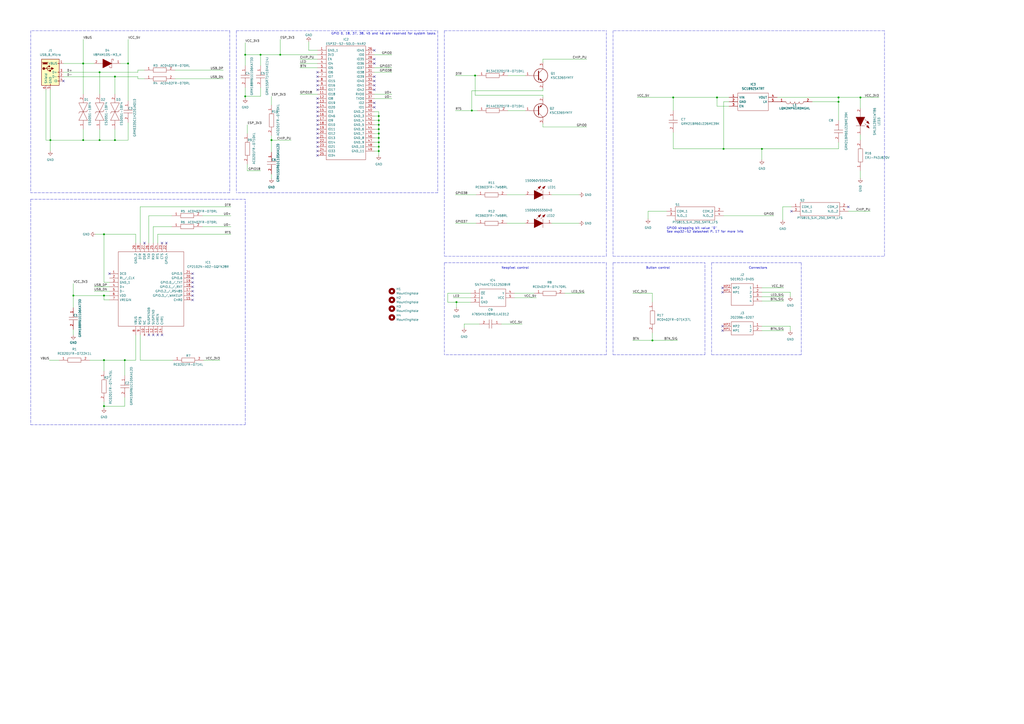
<source format=kicad_sch>
(kicad_sch (version 20211123) (generator eeschema)
  (paper "A2")
  (title_block (title "Warehouselabel manager") (date "2022-05-02") (rev "2") (company "Hydac A/S"))
  (junction (at 219.71 74.93))
  (junction (at 415.925 56.515))
  (junction (at 48.26 81.28))
  (junction (at 66.675 44.45))
  (junction (at 74.295 36.83))
  (junction (at 219.71 82.55))
  (junction (at 219.71 77.47))
  (junction (at 72.39 208.915))
  (junction (at 142.24 55.88))
  (junction (at 275.59 43.815))
  (junction (at 57.785 81.28))
  (junction (at 142.24 31.75))
  (junction (at 60.325 208.915))
  (junction (at 419.735 86.36))
  (junction (at 48.26 36.83))
  (junction (at 378.46 197.485))
  (junction (at 219.71 67.31))
  (junction (at 219.71 87.63))
  (junction (at 441.96 86.36))
  (junction (at 219.71 80.01))
  (junction (at 60.325 171.45))
  (junction (at 29.21 81.28))
  (junction (at 60.325 235.585))
  (junction (at 219.71 72.39))
  (junction (at 273.685 64.135))
  (junction (at 219.71 69.85))
  (junction (at 390.525 56.515))
  (junction (at 66.675 81.28))
  (junction (at 486.41 59.055))
  (junction (at 162.56 31.75))
  (junction (at 157.48 81.28))
  (junction (at 219.71 85.09))
  (junction (at 57.785 41.91))
  (junction (at 42.545 171.45))
  (junction (at 264.795 175.26))
  (junction (at 499.11 56.515))
  (junction (at 151.13 31.75))
  (junction (at 60.325 135.89))
  (junction (at 486.41 56.515))
  (no_connect (at 93.98 140.97))
  (no_connect (at 419.1 167.005))
  (no_connect (at 419.1 169.545))
  (no_connect (at 111.76 173.99))
  (no_connect (at 217.17 34.29))
  (no_connect (at 217.17 36.83))
  (no_connect (at 217.17 44.45))
  (no_connect (at 111.76 171.45))
  (no_connect (at 111.76 168.91))
  (no_connect (at 88.9 194.31))
  (no_connect (at 91.44 194.31))
  (no_connect (at 419.1 189.23))
  (no_connect (at 419.1 191.77))
  (no_connect (at 63.5 158.75))
  (no_connect (at 111.76 163.83))
  (no_connect (at 111.76 161.29))
  (no_connect (at 86.36 194.31))
  (no_connect (at 111.76 158.75))
  (no_connect (at 93.98 194.31))
  (no_connect (at 459.105 122.555))
  (no_connect (at 492.125 120.015))
  (no_connect (at 111.76 166.37))
  (no_connect (at 96.52 140.97))
  (no_connect (at 36.83 46.99))
  (no_connect (at 83.82 140.97))
  (no_connect (at 217.17 29.21))
  (no_connect (at 217.17 46.99))
  (no_connect (at 217.17 49.53))
  (no_connect (at 217.17 62.23))
  (no_connect (at 217.17 59.69))
  (no_connect (at 217.17 52.07))
  (no_connect (at 184.15 41.91))
  (no_connect (at 184.15 44.45))
  (no_connect (at 184.15 46.99))
  (no_connect (at 184.15 49.53))
  (no_connect (at 184.15 52.07))
  (no_connect (at 184.15 57.15))
  (no_connect (at 184.15 59.69))
  (no_connect (at 184.15 62.23))
  (no_connect (at 184.15 64.77))
  (no_connect (at 184.15 67.31))
  (no_connect (at 184.15 69.85))
  (no_connect (at 184.15 72.39))
  (no_connect (at 184.15 74.93))
  (no_connect (at 184.15 77.47))
  (no_connect (at 184.15 80.01))
  (no_connect (at 184.15 82.55))
  (no_connect (at 184.15 85.09))
  (no_connect (at 184.15 87.63))
  (no_connect (at 184.15 90.17))
  (wire (pts (xy 88.9 131.445) (xy 99.695 131.445)))
  (wire (pts (xy 441.96 86.36) (xy 441.96 92.71)))
  (wire (pts (xy 441.96 172.085) (xy 454.66 172.085)))
  (wire (pts (xy 375.92 122.555) (xy 386.715 122.555)))
  (polyline (pts (xy 351.79 205.74) (xy 257.81 205.74)))
  (wire (pts (xy 219.71 82.55) (xy 219.71 80.01)))
  (wire (pts (xy 36.83 36.83) (xy 48.26 36.83)))
  (wire (pts (xy 219.71 64.77) (xy 217.17 64.77)))
  (wire (pts (xy 219.71 74.93) (xy 219.71 72.39)))
  (wire (pts (xy 151.13 55.88) (xy 142.24 55.88)))
  (wire (pts (xy 48.26 36.83) (xy 48.26 54.61)))
  (wire (pts (xy 327.66 170.18) (xy 339.09 170.18)))
  (wire (pts (xy 57.785 81.28) (xy 66.675 81.28)))
  (wire (pts (xy 217.17 69.85) (xy 219.71 69.85)))
  (wire (pts (xy 441.96 86.36) (xy 486.41 86.36)))
  (polyline (pts (xy 133.35 111.76) (xy 17.78 111.76)))
  (wire (pts (xy 415.925 56.515) (xy 422.91 56.515)))
  (wire (pts (xy 162.56 22.86) (xy 162.56 31.75)))
  (wire (pts (xy 264.16 43.815) (xy 275.59 43.815)))
  (wire (pts (xy 219.71 80.01) (xy 219.71 77.47)))
  (wire (pts (xy 57.785 74.93) (xy 57.785 81.28)))
  (wire (pts (xy 367.03 197.485) (xy 378.46 197.485)))
  (wire (pts (xy 217.17 41.91) (xy 227.33 41.91)))
  (wire (pts (xy 419.735 86.36) (xy 441.96 86.36)))
  (wire (pts (xy 419.735 59.055) (xy 419.735 86.36)))
  (wire (pts (xy 269.24 187.96) (xy 278.13 187.96)))
  (wire (pts (xy 72.39 208.915) (xy 72.39 217.805)))
  (wire (pts (xy 486.41 56.515) (xy 499.11 56.515)))
  (polyline (pts (xy 355.6 152.4) (xy 355.6 205.74)))
  (wire (pts (xy 29.21 81.28) (xy 29.21 52.07)))
  (wire (pts (xy 499.11 56.515) (xy 499.11 62.865)))
  (wire (pts (xy 422.91 61.595) (xy 415.925 61.595)))
  (polyline (pts (xy 355.6 148.59) (xy 513.08 148.59)))
  (polyline (pts (xy 408.94 205.74) (xy 408.94 152.4)))
  (polyline (pts (xy 17.78 246.38) (xy 142.24 246.38)))
  (wire (pts (xy 450.85 56.515) (xy 486.41 56.515)))
  (wire (pts (xy 36.83 41.91) (xy 57.785 41.91)))
  (polyline (pts (xy 513.08 148.59) (xy 513.08 17.78)))
  (wire (pts (xy 419.735 125.095) (xy 448.945 125.095)))
  (wire (pts (xy 91.44 135.89) (xy 133.985 135.89)))
  (polyline (pts (xy 137.16 17.78) (xy 254 17.78)))
  (wire (pts (xy 48.26 36.83) (xy 54.61 36.83)))
  (wire (pts (xy 217.17 87.63) (xy 219.71 87.63)))
  (polyline (pts (xy 254 17.78) (xy 254 111.76)))
  (wire (pts (xy 441.96 174.625) (xy 454.66 174.625)))
  (wire (pts (xy 441.96 191.77) (xy 454.66 191.77)))
  (wire (pts (xy 179.07 29.21) (xy 179.07 24.13)))
  (wire (pts (xy 74.295 36.83) (xy 74.295 58.42)))
  (wire (pts (xy 117.475 125.095) (xy 133.985 125.095)))
  (wire (pts (xy 275.59 43.815) (xy 275.59 55.245)))
  (wire (pts (xy 157.48 81.28) (xy 168.91 81.28)))
  (wire (pts (xy 101.6 40.64) (xy 129.54 40.64)))
  (wire (pts (xy 86.36 125.095) (xy 99.695 125.095)))
  (wire (pts (xy 81.28 120.015) (xy 81.28 140.97)))
  (wire (pts (xy 28.575 208.915) (xy 34.29 208.915)))
  (wire (pts (xy 101.6 45.72) (xy 129.54 45.72)))
  (wire (pts (xy 117.475 131.445) (xy 133.985 131.445)))
  (polyline (pts (xy 351.79 152.4) (xy 351.79 205.74)))
  (wire (pts (xy 219.71 69.85) (xy 219.71 67.31)))
  (wire (pts (xy 60.325 208.915) (xy 52.07 208.915)))
  (wire (pts (xy 273.05 170.18) (xy 259.715 170.18)))
  (wire (pts (xy 217.17 67.31) (xy 219.71 67.31)))
  (wire (pts (xy 42.545 191.135) (xy 42.545 194.31)))
  (wire (pts (xy 60.325 171.45) (xy 42.545 171.45)))
  (wire (pts (xy 60.325 235.585) (xy 60.325 236.855)))
  (wire (pts (xy 314.96 36.195) (xy 314.96 34.29)))
  (wire (pts (xy 55.245 135.89) (xy 60.325 135.89)))
  (wire (pts (xy 441.96 167.005) (xy 454.66 167.005)))
  (wire (pts (xy 143.51 95.25) (xy 143.51 99.06)))
  (wire (pts (xy 60.325 163.83) (xy 60.325 135.89)))
  (wire (pts (xy 217.17 31.75) (xy 227.33 31.75)))
  (wire (pts (xy 151.13 31.75) (xy 151.13 38.1)))
  (wire (pts (xy 173.99 39.37) (xy 184.15 39.37)))
  (polyline (pts (xy 133.35 17.78) (xy 133.35 111.76)))
  (polyline (pts (xy 18.415 17.78) (xy 133.35 17.78)))
  (wire (pts (xy 422.91 59.055) (xy 419.735 59.055)))
  (wire (pts (xy 74.295 22.86) (xy 74.295 36.83)))
  (wire (pts (xy 80.01 41.91) (xy 80.01 40.64)))
  (wire (pts (xy 486.41 59.055) (xy 486.41 69.85)))
  (polyline (pts (xy 355.6 17.78) (xy 355.6 148.59)))
  (wire (pts (xy 217.17 80.01) (xy 219.71 80.01)))
  (wire (pts (xy 91.44 135.89) (xy 91.44 140.97)))
  (wire (pts (xy 142.24 50.8) (xy 142.24 55.88)))
  (wire (pts (xy 219.71 67.31) (xy 219.71 64.77)))
  (wire (pts (xy 80.01 44.45) (xy 80.01 45.72)))
  (wire (pts (xy 36.83 44.45) (xy 66.675 44.45)))
  (wire (pts (xy 88.9 131.445) (xy 88.9 140.97)))
  (polyline (pts (xy 137.16 17.78) (xy 137.16 111.76)))
  (wire (pts (xy 390.525 56.515) (xy 415.925 56.515)))
  (wire (pts (xy 375.92 122.555) (xy 375.92 127)))
  (wire (pts (xy 78.74 208.915) (xy 72.39 208.915)))
  (wire (pts (xy 69.85 36.83) (xy 74.295 36.83)))
  (wire (pts (xy 290.83 187.96) (xy 302.895 187.96)))
  (polyline (pts (xy 17.78 17.78) (xy 17.78 111.76)))
  (wire (pts (xy 486.41 86.36) (xy 486.41 82.55)))
  (wire (pts (xy 264.16 64.135) (xy 273.685 64.135)))
  (wire (pts (xy 78.74 194.31) (xy 78.74 208.915)))
  (wire (pts (xy 314.96 56.515) (xy 314.96 55.245)))
  (wire (pts (xy 29.21 81.28) (xy 48.26 81.28)))
  (wire (pts (xy 217.17 54.61) (xy 227.33 54.61)))
  (wire (pts (xy 60.325 233.045) (xy 60.325 235.585)))
  (wire (pts (xy 273.685 52.705) (xy 273.685 64.135)))
  (wire (pts (xy 142.24 55.88) (xy 142.24 57.15)))
  (wire (pts (xy 217.17 57.15) (xy 227.33 57.15)))
  (wire (pts (xy 81.28 120.015) (xy 133.985 120.015)))
  (wire (pts (xy 57.785 41.91) (xy 57.785 54.61)))
  (wire (pts (xy 57.785 41.91) (xy 80.01 41.91)))
  (wire (pts (xy 499.11 99.06) (xy 499.11 103.505)))
  (wire (pts (xy 48.26 22.86) (xy 48.26 36.83)))
  (wire (pts (xy 378.46 175.26) (xy 378.46 170.18)))
  (wire (pts (xy 48.26 74.93) (xy 48.26 81.28)))
  (wire (pts (xy 264.795 178.435) (xy 264.795 175.26)))
  (wire (pts (xy 162.56 31.75) (xy 184.15 31.75)))
  (wire (pts (xy 454.025 120.015) (xy 454.025 127.635)))
  (wire (pts (xy 390.525 86.36) (xy 419.735 86.36)))
  (wire (pts (xy 63.5 171.45) (xy 60.325 171.45)))
  (wire (pts (xy 314.96 52.705) (xy 273.685 52.705)))
  (wire (pts (xy 499.11 78.105) (xy 499.11 81.28)))
  (wire (pts (xy 66.675 44.45) (xy 66.675 54.61)))
  (wire (pts (xy 217.17 74.93) (xy 219.71 74.93)))
  (wire (pts (xy 219.71 77.47) (xy 219.71 74.93)))
  (wire (pts (xy 499.11 56.515) (xy 509.905 56.515)))
  (wire (pts (xy 54.61 166.37) (xy 63.5 166.37)))
  (wire (pts (xy 264.16 129.54) (xy 276.225 129.54)))
  (wire (pts (xy 314.96 73.66) (xy 340.36 73.66)))
  (wire (pts (xy 217.17 72.39) (xy 219.71 72.39)))
  (wire (pts (xy 262.89 172.72) (xy 273.05 172.72)))
  (wire (pts (xy 217.17 39.37) (xy 227.33 39.37)))
  (wire (pts (xy 219.71 87.63) (xy 219.71 85.09)))
  (wire (pts (xy 259.715 170.18) (xy 259.715 175.26)))
  (wire (pts (xy 60.325 173.99) (xy 60.325 171.45)))
  (wire (pts (xy 151.13 50.8) (xy 151.13 55.88)))
  (polyline (pts (xy 412.75 152.4) (xy 464.82 152.4)))
  (wire (pts (xy 441.96 189.23) (xy 458.47 189.23)))
  (polyline (pts (xy 412.75 152.4) (xy 412.75 205.74)))
  (wire (pts (xy 72.39 235.585) (xy 60.325 235.585)))
  (wire (pts (xy 264.795 175.26) (xy 273.05 175.26)))
  (wire (pts (xy 441.96 169.545) (xy 458.47 169.545)))
  (polyline (pts (xy 351.79 148.59) (xy 351.79 17.78)))
  (wire (pts (xy 66.675 81.28) (xy 74.295 81.28)))
  (wire (pts (xy 179.07 29.21) (xy 184.15 29.21)))
  (wire (pts (xy 118.11 208.915) (xy 127.635 208.915)))
  (wire (pts (xy 367.03 170.18) (xy 378.46 170.18)))
  (wire (pts (xy 378.46 197.485) (xy 393.065 197.485)))
  (wire (pts (xy 42.545 171.45) (xy 42.545 178.435)))
  (wire (pts (xy 309.88 170.18) (xy 298.45 170.18)))
  (wire (pts (xy 219.71 85.09) (xy 219.71 82.55)))
  (wire (pts (xy 63.5 163.83) (xy 60.325 163.83)))
  (wire (pts (xy 458.47 189.23) (xy 458.47 191.77)))
  (wire (pts (xy 72.39 208.915) (xy 60.325 208.915)))
  (wire (pts (xy 86.36 125.095) (xy 86.36 140.97)))
  (polyline (pts (xy 355.6 205.74) (xy 408.94 205.74)))
  (wire (pts (xy 275.59 43.815) (xy 276.86 43.815)))
  (wire (pts (xy 60.325 173.99) (xy 63.5 173.99)))
  (polyline (pts (xy 513.08 17.78) (xy 355.6 17.78)))
  (wire (pts (xy 29.21 81.28) (xy 29.21 87.63)))
  (wire (pts (xy 219.71 87.63) (xy 219.71 90.17)))
  (wire (pts (xy 66.675 74.93) (xy 66.675 81.28)))
  (wire (pts (xy 314.96 34.29) (xy 340.36 34.29)))
  (wire (pts (xy 259.715 175.26) (xy 264.795 175.26)))
  (wire (pts (xy 26.67 52.07) (xy 26.67 81.28)))
  (wire (pts (xy 294.005 129.54) (xy 304.8 129.54)))
  (wire (pts (xy 173.99 34.29) (xy 184.15 34.29)))
  (wire (pts (xy 157.48 103.505) (xy 157.48 100.965)))
  (wire (pts (xy 48.26 81.28) (xy 57.785 81.28)))
  (polyline (pts (xy 464.82 152.4) (xy 464.82 205.74)))
  (wire (pts (xy 60.325 208.915) (xy 60.325 215.265)))
  (wire (pts (xy 151.13 31.75) (xy 162.56 31.75)))
  (polyline (pts (xy 464.82 205.74) (xy 412.75 205.74)))
  (wire (pts (xy 294.64 64.135) (xy 304.8 64.135)))
  (wire (pts (xy 142.24 31.75) (xy 151.13 31.75)))
  (wire (pts (xy 157.48 81.28) (xy 157.48 88.265)))
  (wire (pts (xy 42.545 164.465) (xy 42.545 171.45)))
  (wire (pts (xy 486.41 56.515) (xy 486.41 59.055)))
  (polyline (pts (xy 17.78 115.57) (xy 142.24 115.57)))
  (polyline (pts (xy 257.81 17.78) (xy 257.81 148.59)))
  (wire (pts (xy 320.04 113.03) (xy 335.915 113.03)))
  (wire (pts (xy 294.005 113.03) (xy 304.8 113.03)))
  (wire (pts (xy 458.47 169.545) (xy 458.47 172.085)))
  (wire (pts (xy 78.74 135.89) (xy 78.74 140.97)))
  (wire (pts (xy 390.525 56.515) (xy 390.525 64.135)))
  (polyline (pts (xy 257.81 152.4) (xy 257.81 205.74)))
  (wire (pts (xy 143.51 99.06) (xy 151.13 99.06)))
  (wire (pts (xy 173.99 54.61) (xy 184.15 54.61)))
  (polyline (pts (xy 254 111.76) (xy 137.16 111.76)))
  (wire (pts (xy 80.01 40.64) (xy 83.82 40.64)))
  (wire (pts (xy 60.325 135.89) (xy 78.74 135.89)))
  (wire (pts (xy 369.57 56.515) (xy 390.525 56.515)))
  (wire (pts (xy 217.17 82.55) (xy 219.71 82.55)))
  (wire (pts (xy 81.28 208.915) (xy 100.33 208.915)))
  (wire (pts (xy 415.925 61.595) (xy 415.925 56.515)))
  (wire (pts (xy 26.67 81.28) (xy 29.21 81.28)))
  (wire (pts (xy 157.48 55.88) (xy 157.48 60.96)))
  (polyline (pts (xy 257.81 17.78) (xy 351.79 17.78)))
  (wire (pts (xy 54.61 168.91) (xy 63.5 168.91)))
  (polyline (pts (xy 142.24 246.38) (xy 142.24 115.57)))
  (wire (pts (xy 273.685 64.135) (xy 276.86 64.135)))
  (wire (pts (xy 454.025 120.015) (xy 459.105 120.015)))
  (polyline (pts (xy 257.81 152.4) (xy 351.79 152.4)))
  (wire (pts (xy 471.17 59.055) (xy 486.41 59.055)))
  (polyline (pts (xy 257.81 148.59) (xy 351.79 148.59)))
  (wire (pts (xy 314.96 55.245) (xy 275.59 55.245)))
  (wire (pts (xy 157.48 78.74) (xy 157.48 81.28)))
  (wire (pts (xy 173.99 36.83) (xy 184.15 36.83)))
  (wire (pts (xy 81.28 194.31) (xy 81.28 208.915)))
  (wire (pts (xy 66.675 44.45) (xy 80.01 44.45)))
  (wire (pts (xy 269.24 187.96) (xy 269.24 190.246)))
  (wire (pts (xy 219.71 72.39) (xy 219.71 69.85)))
  (wire (pts (xy 143.51 72.39) (xy 143.51 77.47)))
  (wire (pts (xy 217.17 85.09) (xy 219.71 85.09)))
  (wire (pts (xy 74.295 71.12) (xy 74.295 81.28)))
  (wire (pts (xy 298.45 172.72) (xy 311.15 172.72)))
  (wire (pts (xy 314.96 71.755) (xy 314.96 73.66)))
  (wire (pts (xy 142.24 31.75) (xy 142.24 38.1)))
  (wire (pts (xy 390.525 76.835) (xy 390.525 86.36)))
  (wire (pts (xy 264.16 113.03) (xy 276.225 113.03)))
  (wire (pts (xy 80.01 45.72) (xy 83.82 45.72)))
  (polyline (pts (xy 17.78 115.57) (xy 17.78 246.38)))
  (wire (pts (xy 378.46 193.04) (xy 378.46 197.485)))
  (wire (pts (xy 142.24 24.765) (xy 142.24 31.75)))
  (wire (pts (xy 492.125 122.555) (xy 504.825 122.555)))
  (wire (pts (xy 217.17 77.47) (xy 219.71 77.47)))
  (wire (pts (xy 294.64 43.815) (xy 304.8 43.815)))
  (polyline (pts (xy 355.6 152.4) (xy 408.94 152.4)))
  (wire (pts (xy 72.39 230.505) (xy 72.39 235.585)))
  (wire (pts (xy 320.04 129.54) (xy 335.915 129.54)))
  (wire (pts (xy 314.96 52.705) (xy 314.96 51.435)))
  (text "Button control" (at 374.65 156.21 0) (effects (font (size 1.27 1.27)) (justify left bottom)))
  (text "Neopixel control" (at 290.83 156.21 0) (effects (font (size 1.27 1.27)) (justify left bottom)))
  (text "GPIO0 strapping bit value \"0\"\nSee esp32-S2 datasheet P. 17 for more info" (at 386.715 135.255 0) (effects (font (size 1.27 1.27)) (justify left bottom)))
  (text "GPIO 0, 18, 37, 38, 45 and 46 are reserved for system tasks" (at 252.73 20.32 0) (effects (font (size 1.27 1.27)) (justify right bottom)))
  (text "Connectors" (at 434.34 156.21 0) (effects (font (size 1.27 1.27)) (justify left bottom)))
  (label "ESP_3V3" (at 143.51 72.39 0))
  (label "VBUS" (at 48.26 22.86 0))
  (label "BTN_SIG" (at 454.66 174.625 180))
  (label "GPIO37" (at 227.33 39.37 180))
  (label "CHIP_PU" (at 173.99 34.29 0))
  (label "VCC_3V3" (at 142.24 24.765 0))
  (label "U0+" (at 227.33 54.61 180))
  (label "BTN_SIG" (at 393.065 197.485 180))
  (label "GPIO0" (at 340.36 73.66 180))
  (label "USB_DN" (at 54.61 168.91 0))
  (label "RTS" (at 264.16 64.135 0))
  (label "DTR" (at 133.985 120.015 180))
  (label "U0+" (at 133.985 125.095 180))
  (label "BTN" (at 173.99 39.37 0))
  (label "LED" (at 262.89 172.72 0))
  (label "GPIO38" (at 227.33 41.91 180))
  (label "D+" (at 41.91 41.91 180))
  (label "GPIO0" (at 448.945 125.095 180))
  (label "GPIO37" (at 264.16 129.54 0))
  (label "DTR" (at 264.16 43.815 0))
  (label "CHIP_PU" (at 340.36 34.29 180))
  (label "ESP_3V3" (at 157.48 55.88 0))
  (label "LED_SIG" (at 339.09 170.18 180))
  (label "VCC_3V3" (at 367.03 170.18 0))
  (label "GPIO38" (at 264.16 113.03 0))
  (label "USB_DP" (at 54.61 166.37 0))
  (label "VBUS" (at 28.575 208.915 180))
  (label "U0-" (at 133.985 131.445 180))
  (label "GPIO18" (at 173.99 54.61 0))
  (label "USB_DP" (at 129.54 40.64 180))
  (label "VCC_5V" (at 74.295 22.86 0))
  (label "VCC_3V3" (at 127.635 208.915 180))
  (label "CHIP_PU" (at 504.825 122.555 180))
  (label "VCC_5V" (at 302.895 187.96 180))
  (label "VCC_5V" (at 369.57 56.515 0))
  (label "LED_SIG" (at 454.66 172.085 180))
  (label "RTS" (at 133.985 135.89 180))
  (label "CHIP_PU" (at 168.91 81.28 180))
  (label "LED" (at 173.99 36.83 0))
  (label "VCC_3V3" (at 42.545 164.465 0))
  (label "BTN_SIG" (at 454.66 191.77 180))
  (label "U0-" (at 227.33 57.15 180))
  (label "BTN" (at 367.03 197.485 0))
  (label "GPIO0" (at 227.33 31.75 180))
  (label "ESP_3V3" (at 162.56 22.86 0))
  (label "VCC_5V" (at 454.66 167.005 180))
  (label "VCC_3V3" (at 509.905 56.515 180))
  (label "GPIO18" (at 151.13 99.06 180))
  (label "D-" (at 41.91 44.45 180))
  (label "VCC_5V" (at 311.15 172.72 180))
  (label "USB_DN" (at 129.54 45.72 180))
  (symbol (lib_id "power:GND") (at 219.71 90.17 0) (unit 1)
    (property "Reference" "#PWR09" (effects hide))
    (property "Value" "GND" (at 219.71 95.25 0))
  )
  (symbol (lib_id "SamacSys_Parts_new:RC0603FR-7W68RL") (at 276.225 129.54 0) (unit 1)
    (property "Reference" "R12" (at 285.115 122.555 0))
    (property "Value" "RC0603FR-7W68RL" (at 285.115 125.095 0))
    (property "Footprint" "RESC1608X55N" (effects hide))
    (property "Description" "RESISTOR, 0603 68 Ohms +/-1% 1/10 W" (effects hide))
    (property "Height" "0.55" (effects hide))
    (property "Manufacturer_Name" "YAGEO (PHYCOMP)" (effects hide))
    (property "Manufacturer_Part_Number" "RC0603FR-7W68RL" (effects hide))
  )
  (symbol (lib_id "SamacSys_Parts_new:RC0402FR-07470RL") (at 309.88 170.18 0) (unit 1)
    (property "Reference" "R8" (at 318.77 163.83 0))
    (property "Value" "RC0402FR-07470RL" (at 318.77 166.37 0))
    (property "Footprint" "RESC1005X40N" (effects hide))
    (property "Datasheet" "https://datasheet.datasheetarchive.com/originals/distributors/Datasheets_SAMA/902f9e387b938f871d31120f5fc1d65e.pdf" (effects hide))
    (property "Description" "YAGEO (PHYCOMP) - RC0402FR-07470RL - RES, THICK FILM, 470R, 1%, 0.063W, 0402" (effects hide))
    (property "Height" "0.4" (effects hide))
    (property "Mouser Part Number" "603-RC0402FR-07470RL" (effects hide))
    (property "Mouser Price/Stock" "https://www.mouser.co.uk/ProductDetail/YAGEO/RC0402FR-07470RL?qs=dn7UOKrNBAlPAr3vO7H4cA%3D%3D" (effects hide))
    (property "Manufacturer_Name" "KEMET" (effects hide))
    (property "Manufacturer_Part_Number" "RC0402FR-07470RL" (effects hide))
  )
  (symbol (lib_id "SamacSys_Parts_new:ESD051-1BF4") (at 57.785 74.93 90) (unit 1)
    (property "Reference" "D2" (at 58.42 57.785 90) (effects (justify right)))
    (property "Value" "ESD051-1BF4" (at 61.595 59.055 0) (effects (justify right)))
    (property "Footprint" "ESD0511BF4" (effects hide))
    (property "Datasheet" "https://componentsearchengine.com/Datasheets/1/ESD051-1BF4.pdf" (effects hide))
    (property "Description" "ESD Suppressor TVS Bi-Dir 5V 2-Pin ST0201 T/R" (effects hide))
    (property "Height" "0.32" (effects hide))
    (property "Mouser Part Number" "511-ESD051-1BF4" (effects hide))
    (property "Mouser Price/Stock" "https://www.mouser.co.uk/ProductDetail/STMicroelectronics/ESD051-1BF4?qs=qSfuJ%252Bfl%2Fd5Fn5a8Q3UIRA%3D%3D" (effects hide))
    (property "Manufacturer_Name" "STMicroelectronics" (effects hide))
    (property "Manufacturer_Part_Number" "ESD051-1BF4" (effects hide))
  )
  (symbol (lib_id "power:GND") (at 335.915 129.54 90) (unit 1)
    (property "Reference" "#PWR011" (effects hide))
    (property "Value" "GND" (at 339.09 129.5399 90) (effects (justify right)))
  )
  (symbol (lib_id "power:GND") (at 454.025 127.635 0) (unit 1)
    (property "Reference" "#PWR014" (effects hide))
    (property "Value" "GND" (at 454.025 132.715 0))
  )
  (symbol (lib_id "SamacSys_Parts_new:CP2102N-A02-GQFN28R") (at 63.5 158.75 0) (unit 1)
    (property "Reference" "IC1" (at 120.65 152.1712 0))
    (property "Value" "CP2102N-A02-GQFN28R" (at 120.65 154.7112 0))
    (property "Footprint" "QFN50P500X500X80-29N-D" (effects hide))
    (property "Datasheet" "https://www.silabs.com/documents/public/data-sheets/cp2102n-datasheet.pdf" (effects hide))
    (property "Description" "USB Interface IC USB to UART bridge - QFN28" (effects hide))
    (property "Height" "0.8" (effects hide))
    (property "Mouser Part Number" "634-CP2102NA02QFN28R" (effects hide))
    (property "Mouser Price/Stock" "https://www.mouser.co.uk/ProductDetail/Silicon-Labs/CP2102N-A02-GQFN28R?qs=u16ybLDytRag4qKvSH3fTw%3D%3D" (effects hide))
    (property "Manufacturer_Name" "Silicon Labs" (effects hide))
    (property "Manufacturer_Part_Number" "CP2102N-A02-GQFN28R" (effects hide))
  )
  (symbol (lib_id "power:GND") (at 157.48 103.505 0) (unit 1)
    (property "Reference" "#PWR07" (effects hide))
    (property "Value" "GND" (at 157.48 108.585 0))
  )
  (symbol (lib_id "power:GND") (at 179.07 24.13 180) (unit 1)
    (property "Reference" "#PWR08" (effects hide))
    (property "Value" "GND" (at 179.07 20.32 0))
  )
  (symbol (lib_id "SamacSys_Parts_new:PTS815_SJK_250_SMTR_LFS") (at 459.105 120.015 0) (unit 1)
    (property "Reference" "S2" (at 465.455 116.205 0))
    (property "Value" "PTS815_SJK_250_SMTR_LFS" (at 475.615 126.365 0))
    (property "Footprint" "PTS815SJK250SMTRLFS" (effects hide))
    (property "Description" "Tactile Switches Tact Switch, 12 VDC, 50 mA, 4.2x3.2, 2.5mm H, 250gf, J leads" (effects hide))
    (property "Height" "2" (effects hide))
    (property "Mouser Part Number" "611-PTS815SJK250SMTR" (effects hide))
    (property "Mouser Price/Stock" "https://www.mouser.co.uk/ProductDetail/CK/PTS815-SJK-250-SMTR-LFS?qs=ahcBuItHZ3yETpGYMHf%2FgQ%3D%3D" (effects hide))
    (property "Manufacturer_Name" "C & K COMPONENTS" (effects hide))
    (property "Manufacturer_Part_Number" "PTS815 SJK 250 SMTR LFS" (effects hide))
  )
  (symbol (lib_id "SamacSys_Parts_new:GRM21BR60J226ME39K") (at 486.41 69.85 270) (unit 1)
    (property "Reference" "C8" (at 480.695 69.85 90) (effects (justify left)))
    (property "Value" "GRM21BR60J226ME39K" (at 490.855 64.77 0) (effects (justify left)))
    (property "Footprint" "CAPC2012X140N" (effects hide))
    (property "Datasheet" "https://www.murata.com/en-global/products/productdetail?partno=GRM21BR60J226ME39%23" (effects hide))
    (property "Description" "Capacitor MLCC GRM 0805 22uF 6.3V X5R Murata 0805 GRM 22uF Ceramic Multilayer Capacitor, 6.3 V X5R Dielectric +/-20% SMD" (effects hide))
    (property "Height" "1.4" (effects hide))
    (property "Mouser Part Number" "81-GRM21BR60J226ME9K" (effects hide))
    (property "Mouser Price/Stock" "https://www.mouser.co.uk/ProductDetail/Murata-Electronics/GRM21BR60J226ME39K?qs=giATsht9l5xIKwC6k14M2g%3D%3D" (effects hide))
    (property "Manufacturer_Name" "Murata Electronics" (effects hide))
    (property "Manufacturer_Part_Number" "GRM21BR60J226ME39K" (effects hide))
  )
  (symbol (lib_id "SamacSys_Parts_new:RC0402FR-071K37L") (at 378.46 175.26 270) (unit 1)
    (property "Reference" "R17" (at 381 182.8799 90) (effects (justify left)))
    (property "Value" "RC0402FR-071K37L" (at 381 185.4199 90) (effects (justify left)))
    (property "Footprint" "RESC1005X40N" (effects hide))
    (property "Datasheet" "https://datasheet.datasheetarchive.com/originals/distributors/Datasheets_SAMA/902f9e387b938f871d31120f5fc1d65e.pdf" (effects hide))
    (property "Description" "GENERAL PURPOSE CHIP RESISTORS, RC_L series" (effects hide))
    (property "Height" "0.4" (effects hide))
    (property "Manufacturer_Name" "KEMET" (effects hide))
    (property "Manufacturer_Part_Number" "RC0402FR-071K37L" (effects hide))
  )
  (symbol (lib_id "SamacSys_Parts_new:150060SS55040") (at 320.04 129.54 0) (mirror y) (unit 1)
    (property "Reference" "LED2" (at 319.405 125.095 0))
    (property "Value" "150060SS55040" (at 312.42 121.92 0))
    (property "Footprint" "150060SS55040" (effects hide))
    (property "Description" "2.4 V Red LED 1608 (0603)  SMD, Wurth Elektronik WL-SMCD 150060SS55040" (effects hide))
    (property "Mouser Part Number" "710-150060SS55040" (effects hide))
    (property "Mouser Price/Stock" "https://www.mouser.co.uk/ProductDetail/Wurth-Elektronik/150060SS55040?qs=8Aam6%252B7C6HG0AGgMR5PhFg%3D%3D" (effects hide))
    (property "Manufacturer_Name" "Wurth Elektronik" (effects hide))
    (property "Manufacturer_Part_Number" "150060SS55040" (effects hide))
  )
  (symbol (lib_id "power:GND") (at 458.47 191.77 0) (unit 1)
    (property "Reference" "#PWR0102" (effects hide))
    (property "Value" "GND" (at 458.47 196.85 0))
  )
  (symbol (lib_id "power:GND") (at 60.325 236.855 0) (unit 1)
    (property "Reference" "#PWR04" (effects hide))
    (property "Value" "GND" (at 60.325 241.935 0))
  )
  (symbol (lib_id "SamacSys_Parts_new:AC0402FR-070RL") (at 83.82 40.64 0) (unit 1)
    (property "Reference" "R3" (at 90.17 38.1 0))
    (property "Value" "AC0402FR-070RL" (at 101.6 38.1 0))
    (property "Footprint" "RESC1005X37N" (effects hide))
    (property "Datasheet" "https://www.arrow.com/en/products/ac0402fr-070rl/yageo" (effects hide))
    (property "Description" "Res Thick Film 0402 0 Ohm Epoxy Pad SMD Automotive T/R" (effects hide))
    (property "Height" "0.37" (effects hide))
    (property "Mouser Part Number" "603-AC0402FR-070RL" (effects hide))
    (property "Mouser Price/Stock" "https://www.mouser.co.uk/ProductDetail/Yageo/AC0402FR-070RL/?qs=ygRr%2FtkhtettkzGxq5kFaA%3D%3D" (effects hide))
    (property "Manufacturer_Name" "YAGEO (PHYCOMP)" (effects hide))
    (property "Manufacturer_Part_Number" "AC0402FR-070RL" (effects hide))
  )
  (symbol (lib_id "SamacSys_Parts_new:A765KN108M0JLAE012") (at 290.83 187.96 180) (unit 1)
    (property "Reference" "C9" (at 284.48 179.705 0))
    (property "Value" "A765KN108M0JLAE012" (at 284.48 182.245 0))
    (property "Footprint" "CAPAE830X1000N" (effects hide))
    (property "Datasheet" "https://ms.componentsearchengine.com/Datasheets/2/A765KN108M0JLAE012.pdf" (effects hide))
    (property "Description" "KEMET - A765KN108M0JLAE012 - Polymer Aluminium Electrolytic Capacitor, 1000 F, 6.3 V, Radial Can - SMD, 0.012 ohm" (effects hide))
    (property "Height" "10" (effects hide))
    (property "Manufacturer_Name" "KEMET" (effects hide))
    (property "Manufacturer_Part_Number" "A765KN108M0JLAE012" (effects hide))
  )
  (symbol (lib_id "SamacSys_Parts_new:PTS815_SJK_250_SMTR_LFS") (at 386.715 122.555 0) (unit 1)
    (property "Reference" "S1" (at 393.065 118.745 0))
    (property "Value" "PTS815_SJK_250_SMTR_LFS" (at 403.225 128.905 0))
    (property "Footprint" "PTS815SJK250SMTRLFS" (effects hide))
    (property "Description" "Tactile Switches Tact Switch, 12 VDC, 50 mA, 4.2x3.2, 2.5mm H, 250gf, J leads" (effects hide))
    (property "Height" "2" (effects hide))
    (property "Mouser Part Number" "611-PTS815SJK250SMTR" (effects hide))
    (property "Mouser Price/Stock" "https://www.mouser.co.uk/ProductDetail/CK/PTS815-SJK-250-SMTR-LFS?qs=ahcBuItHZ3yETpGYMHf%2FgQ%3D%3D" (effects hide))
    (property "Manufacturer_Name" "C & K COMPONENTS" (effects hide))
    (property "Manufacturer_Part_Number" "PTS815 SJK 250 SMTR LFS" (effects hide))
  )
  (symbol (lib_id "Mechanical:MountingHole") (at 227.33 179.07 0) (unit 1)
    (property "Reference" "H3" (at 229.87 177.7999 0) (effects (justify left)))
    (property "Value" "MountingHole" (at 229.87 180.3399 0) (effects (justify left)))
    (property "Footprint" "MountingHole:MountingHole_2.7mm_M2.5_ISO7380" (effects hide))
  )
  (symbol (lib_id "SamacSys_Parts_new:GRM188R61E106KA73J") (at 42.545 178.435 270) (unit 1)
    (property "Reference" "C1" (at 42.545 182.88 90) (effects (justify left)))
    (property "Value" "GRM188R61E106KA73D" (at 46.355 173.355 0) (effects (justify left)))
    (property "Footprint" "CAPC1608X90N" (effects hide))
    (property "Description" "Murata" (effects hide))
    (property "Height" "0.9" (effects hide))
    (property "Mouser Part Number" "81-GRM188R61E106KA3D" (effects hide))
    (property "Mouser Price/Stock" "https://www.mouser.co.uk/ProductDetail/Murata-Electronics/GRM188R61E106KA73J?qs=5aG0NVq1C4xEV8YyiSS7mg%3D%3D" (effects hide))
    (property "Manufacturer_Name" "Murata Electronics" (effects hide))
    (property "Manufacturer_Part_Number" "GRM188R61E106KA73J" (effects hide))
  )
  (symbol (lib_id "power:GND") (at 335.915 113.03 90) (unit 1)
    (property "Reference" "#PWR010" (effects hide))
    (property "Value" "GND" (at 339.09 113.0299 90) (effects (justify right)))
  )
  (symbol (lib_id "SamacSys_Parts_new:SMLD12BN1WT86") (at 499.11 78.105 270) (mirror x) (unit 1)
    (property "Reference" "LED3" (at 509.905 70.485 0))
    (property "Value" "SMLD12BN1WT86" (at 507.365 70.485 0))
    (property "Footprint" "LEDM168X65N" (effects hide))
    (property "Datasheet" "https://datasheet.datasheetarchive.com/originals/distributors/Datasheets_SAMA/8f824a900f8c9a143b1c3640e6aee7b7.pdf" (effects hide))
    (property "Description" "Standard LEDs - SMD Blue 470nm; 40mcd 0603; 66mW" (effects hide))
    (property "Height" "0.65" (effects hide))
    (property "Mouser Part Number" "755-SMLD12BN1WT86" (effects hide))
    (property "Mouser Price/Stock" "https://www.mouser.co.uk/ProductDetail/ROHM-Semiconductor/SMLD12BN1WT86?qs=qSfuJ%252Bfl%2Fd43hcPp9hYPwA%3D%3D" (effects hide))
    (property "Manufacturer_Name" "ROHM Semiconductor" (effects hide))
    (property "Manufacturer_Part_Number" "SMLD12BN1WT86" (effects hide))
  )
  (symbol (lib_id "SamacSys_Parts_new:RC0201FR-0747K5L") (at 60.325 215.265 270) (unit 1)
    (property "Reference" "R2" (at 60.325 219.075 90) (effects (justify left)))
    (property "Value" "RC0201FR-0747K5L" (at 64.135 214.63 0) (effects (justify left)))
    (property "Footprint" "RESC0603X26N" (effects hide))
    (property "Datasheet" "https://datasheet.datasheetarchive.com/originals/distributors/Datasheets_SAMA/902f9e387b938f871d31120f5fc1d65e.pdf" (effects hide))
    (property "Description" "Thick Film Resistors - SMD 47.5K OHM 1%" (effects hide))
    (property "Height" "0.26" (effects hide))
    (property "Mouser Part Number" "603-RC0201FR-0747K5L" (effects hide))
    (property "Mouser Price/Stock" "https://www.mouser.co.uk/ProductDetail/YAGEO/RC0201FR-0747K5L?qs=UPVhGdDR9rJ%252BfPTmtMxacA%3D%3D" (effects hide))
    (property "Manufacturer_Name" "YAGEO (PHYCOMP)" (effects hide))
    (property "Manufacturer_Part_Number" "RC0201FR-0747K5L" (effects hide))
  )
  (symbol (lib_id "SamacSys_Parts_new:KSC3265YMTF") (at 304.8 43.815 0) (unit 1)
    (property "Reference" "Q1" (at 319.405 42.5449 0) (effects (justify left)))
    (property "Value" "KSC3265YMTF" (at 319.405 45.0849 0) (effects (justify left)))
    (property "Footprint" "SOT96P237X111-3N" (effects hide))
    (property "Datasheet" "https://componentsearchengine.com/Datasheets/1/KSC3265YMTF.pdf" (effects hide))
    (property "Description" "ON Semi KSC3265YMTF NPN Transistor, 800 mA, 25 V, 3-Pin SOT-23" (effects hide))
    (property "Height" "1.11" (effects hide))
    (property "Mouser Part Number" "512-KSC3265YMTF" (effects hide))
    (property "Mouser Price/Stock" "https://www.mouser.com/Search/Refine.aspx?Keyword=512-KSC3265YMTF" (effects hide))
    (property "Manufacturer_Name" "ON Semiconductor" (effects hide))
    (property "Manufacturer_Part_Number" "KSC3265YMTF" (effects hide))
  )
  (symbol (lib_id "power:GND") (at 441.96 92.71 0) (unit 1)
    (property "Reference" "#PWR013" (effects hide))
    (property "Value" "GND" (at 441.96 97.79 0))
  )
  (symbol (lib_id "power:GND") (at 55.245 135.89 270) (unit 1)
    (property "Reference" "#PWR03" (effects hide))
    (property "Value" "GND" (at 52.07 135.8899 90) (effects (justify right)))
  )
  (symbol (lib_id "power:GND") (at 142.24 57.15 0) (unit 1)
    (property "Reference" "#PWR06" (effects hide))
    (property "Value" "GND" (at 142.24 62.23 0))
  )
  (symbol (lib_id "power:GND") (at 499.11 103.505 0) (unit 1)
    (property "Reference" "#PWR015" (effects hide))
    (property "Value" "GND" (at 499.1101 107.315 90) (effects (justify right)))
  )
  (symbol (lib_id "power:GND") (at 29.21 87.63 0) (unit 1)
    (property "Reference" "#PWR01" (effects hide))
    (property "Value" "GND" (at 29.21 92.71 0))
  )
  (symbol (lib_id "SamacSys_Parts_new:202396-0207") (at 419.1 189.23 0) (unit 1)
    (property "Reference" "J3" (at 430.53 181.61 0))
    (property "Value" "202396-0207" (at 430.53 184.15 0))
    (property "Footprint" "2023960207" (effects hide))
    (property "Datasheet" "https://www.molex.com/pdm_docs/sd/2023960207_sd.pdf" (effects hide))
    (property "Description" "Headers & Wire Housings 1mm PicoClasp SMT SR 2CKT RA HDR GLD PTL" (effects hide))
    (property "Height" "3.4" (effects hide))
    (property "Mouser Part Number" "538-202396-0207" (effects hide))
    (property "Mouser Price/Stock" "https://www.mouser.co.uk/ProductDetail/Molex/202396-0207?qs=5aG0NVq1C4yNVNVdbFIdrw%3D%3D" (effects hide))
    (property "Manufacturer_Name" "Molex" (effects hide))
    (property "Manufacturer_Part_Number" "202396-0207" (effects hide))
  )
  (symbol (lib_id "SamacSys_Parts_new:ESD051-1BF4") (at 66.675 74.93 90) (unit 1)
    (property "Reference" "D3" (at 67.31 57.785 90) (effects (justify right)))
    (property "Value" "ESD051-1BF4" (at 70.485 59.055 0) (effects (justify right)))
    (property "Footprint" "ESD0511BF4" (effects hide))
    (property "Datasheet" "https://componentsearchengine.com/Datasheets/1/ESD051-1BF4.pdf" (effects hide))
    (property "Description" "ESD Suppressor TVS Bi-Dir 5V 2-Pin ST0201 T/R" (effects hide))
    (property "Height" "0.32" (effects hide))
    (property "Mouser Part Number" "511-ESD051-1BF4" (effects hide))
    (property "Mouser Price/Stock" "https://www.mouser.co.uk/ProductDetail/STMicroelectronics/ESD051-1BF4?qs=qSfuJ%252Bfl%2Fd5Fn5a8Q3UIRA%3D%3D" (effects hide))
    (property "Manufacturer_Name" "STMicroelectronics" (effects hide))
    (property "Manufacturer_Part_Number" "ESD051-1BF4" (effects hide))
  )
  (symbol (lib_id "SamacSys_Parts_new:AC0201FR-0710KL") (at 157.48 60.96 270) (unit 1)
    (property "Reference" "R10" (at 157.48 64.77 90) (effects (justify left)))
    (property "Value" "AC0201FR-0710KL" (at 161.29 60.325 0) (effects (justify left)))
    (property "Footprint" "RESC0603X26N" (effects hide))
    (property "Datasheet" "https://www.yageo.com/upload/media/product/productsearch/datasheet/rchip/PYu-AC_51_RoHS_L_7.pdf" (effects hide))
    (property "Description" "Thick Film Resistors - SMD AEC-Q200" (effects hide))
    (property "Height" "0.26" (effects hide))
    (property "Mouser Part Number" "603-AC0201FR-0710KL" (effects hide))
    (property "Mouser Price/Stock" "https://www.mouser.co.uk/ProductDetail/YAGEO/AC0201FR-0710KL?qs=NgbZBzc1CyFiKufBuYG%252Bxg%3D%3D" (effects hide))
    (property "Manufacturer_Name" "YAGEO (PHYCOMP)" (effects hide))
    (property "Manufacturer_Part_Number" "AC0201FR-0710KL" (effects hide))
  )
  (symbol (lib_id "SamacSys_Parts_new:GRM21BR60J226ME39K") (at 390.525 64.135 270) (unit 1)
    (property "Reference" "C7" (at 394.97 69.2149 90) (effects (justify left)))
    (property "Value" "GRM21BR60J226ME39K" (at 394.97 71.7549 90) (effects (justify left)))
    (property "Footprint" "CAPC2012X140N" (effects hide))
    (property "Datasheet" "https://www.murata.com/en-global/products/productdetail?partno=GRM21BR60J226ME39%23" (effects hide))
    (property "Description" "Capacitor MLCC GRM 0805 22uF 6.3V X5R Murata 0805 GRM 22uF Ceramic Multilayer Capacitor, 6.3 V X5R Dielectric +/-20% SMD" (effects hide))
    (property "Height" "1.4" (effects hide))
    (property "Mouser Part Number" "81-GRM21BR60J226ME9K" (effects hide))
    (property "Mouser Price/Stock" "https://www.mouser.co.uk/ProductDetail/Murata-Electronics/GRM21BR60J226ME39K?qs=giATsht9l5xIKwC6k14M2g%3D%3D" (effects hide))
    (property "Manufacturer_Name" "Murata Electronics" (effects hide))
    (property "Manufacturer_Part_Number" "GRM21BR60J226ME39K" (effects hide))
  )
  (symbol (lib_id "SamacSys_Parts_new:RC0603FR-7W68RL") (at 276.225 113.03 0) (unit 1)
    (property "Reference" "R11" (at 285.115 106.045 0))
    (property "Value" "RC0603FR-7W68RL" (at 285.115 108.585 0))
    (property "Footprint" "RESC1608X55N" (effects hide))
    (property "Description" "RESISTOR, 0603 68 Ohms +/-1% 1/10 W" (effects hide))
    (property "Height" "0.55" (effects hide))
    (property "Manufacturer_Name" "YAGEO (PHYCOMP)" (effects hide))
    (property "Manufacturer_Part_Number" "RC0603FR-7W68RL" (effects hide))
  )
  (symbol (lib_id "Mechanical:MountingHole") (at 227.33 184.15 0) (unit 1)
    (property "Reference" "H4" (at 229.87 182.8799 0) (effects (justify left)))
    (property "Value" "MountingHole" (at 229.87 185.4199 0) (effects (justify left)))
    (property "Footprint" "MountingHole:MountingHole_2.7mm_M2.5_ISO7380" (effects hide))
  )
  (symbol (lib_id "SamacSys_Parts_new:RC0201FR-071KL") (at 100.33 208.915 0) (unit 1)
    (property "Reference" "R7" (at 109.22 206.375 0))
    (property "Value" "RC0201FR-071KL" (at 109.22 211.455 0))
    (property "Footprint" "RESC0603X26N" (effects hide))
    (property "Datasheet" "https://datasheet.datasheetarchive.com/originals/distributors/Datasheets_SAMA/902f9e387b938f871d31120f5fc1d65e.pdf" (effects hide))
    (property "Description" "YAGEO (PHYCOMP) - RC0201FR-071KL - RES, THICK FILM, 1K, 1%, 0.05W, 0201" (effects hide))
    (property "Height" "0.26" (effects hide))
    (property "Mouser Part Number" "603-RC0201FR-071KL" (effects hide))
    (property "Mouser Price/Stock" "https://www.mouser.co.uk/ProductDetail/YAGEO/RC0201FR-071KL?qs=FLc6udek5PTmPyT6HHV8wg%3D%3D" (effects hide))
    (property "Manufacturer_Name" "YAGEO (PHYCOMP)" (effects hide))
    (property "Manufacturer_Part_Number" "RC0201FR-071KL" (effects hide))
  )
  (symbol (lib_id "SamacSys_Parts_new:AC0201FR-0710KL") (at 143.51 77.47 270) (unit 1)
    (property "Reference" "R9" (at 143.51 81.28 90) (effects (justify left)))
    (property "Value" "AC0201FR-0710KL" (at 147.32 76.835 0) (effects (justify left)))
    (property "Footprint" "RESC0603X26N" (effects hide))
    (property "Datasheet" "https://www.yageo.com/upload/media/product/productsearch/datasheet/rchip/PYu-AC_51_RoHS_L_7.pdf" (effects hide))
    (property "Description" "Thick Film Resistors - SMD AEC-Q200" (effects hide))
    (property "Height" "0.26" (effects hide))
    (property "Mouser Part Number" "603-AC0201FR-0710KL" (effects hide))
    (property "Mouser Price/Stock" "https://www.mouser.co.uk/ProductDetail/YAGEO/AC0201FR-0710KL?qs=NgbZBzc1CyFiKufBuYG%252Bxg%3D%3D" (effects hide))
    (property "Manufacturer_Name" "YAGEO (PHYCOMP)" (effects hide))
    (property "Manufacturer_Part_Number" "AC0201FR-0710KL" (effects hide))
  )
  (symbol (lib_id "SamacSys_Parts_new:AC0402FR-070RL") (at 99.695 131.445 0) (unit 1)
    (property "Reference" "R6" (at 106.045 128.905 0))
    (property "Value" "AC0402FR-070RL" (at 117.475 128.905 0))
    (property "Footprint" "RESC1005X37N" (effects hide))
    (property "Datasheet" "https://www.arrow.com/en/products/ac0402fr-070rl/yageo" (effects hide))
    (property "Description" "Res Thick Film 0402 0 Ohm Epoxy Pad SMD Automotive T/R" (effects hide))
    (property "Height" "0.37" (effects hide))
    (property "Mouser Part Number" "603-AC0402FR-070RL" (effects hide))
    (property "Mouser Price/Stock" "https://www.mouser.co.uk/ProductDetail/Yageo/AC0402FR-070RL/?qs=ygRr%2FtkhtettkzGxq5kFaA%3D%3D" (effects hide))
    (property "Manufacturer_Name" "YAGEO (PHYCOMP)" (effects hide))
    (property "Manufacturer_Part_Number" "AC0402FR-070RL" (effects hide))
  )
  (symbol (lib_id "Mechanical:MountingHole") (at 227.33 168.91 0) (unit 1)
    (property "Reference" "H1" (at 229.87 167.6399 0) (effects (justify left)))
    (property "Value" "MountingHole" (at 229.87 170.1799 0) (effects (justify left)))
    (property "Footprint" "MountingHole:MountingHole_2.7mm_M2.5_ISO7380" (effects hide))
  )
  (symbol (lib_id "SamacSys_Parts_new:SC189ZSKTRT") (at 422.91 56.515 0) (unit 1)
    (property "Reference" "IC3" (at 436.88 48.895 0))
    (property "Value" "SC189ZSKTRT" (at 436.88 51.435 0))
    (property "Footprint" "SOT95P280X145-5N" (effects hide))
    (property "Datasheet" "https://datasheet.datasheetarchive.com/originals/distributors/Datasheets-DGA14/1272982.pdf" (effects hide))
    (property "Description" "Switching Voltage Regulators 2.5MHz-1.5A SYNC STEP DOWN REG" (effects hide))
    (property "Height" "1.45" (effects hide))
    (property "Mouser Part Number" "947-SC189ZSKTRT" (effects hide))
    (property "Mouser Price/Stock" "https://www.mouser.co.uk/ProductDetail/Semtech/SC189ZSKTRT/?qs=rBWM4%252BvDhIck0D%2FgoUNMIQ%3D%3D" (effects hide))
    (property "Manufacturer_Name" "SEMTECH" (effects hide))
    (property "Manufacturer_Part_Number" "SC189ZSKTRT" (effects hide))
  )
  (symbol (lib_id "SamacSys_Parts_new:ESP32-S2-SOLO-N4R2") (at 184.15 29.21 0) (unit 1)
    (property "Reference" "IC2" (at 200.66 22.86 0))
    (property "Value" "ESP32-S2-SOLO-N4R2" (at 200.66 25.4 0))
    (property "Footprint" "ESP32S2SOLON4R2" (effects hide))
    (property "Datasheet" "https://www.espressif.com/sites/default/files/documentation/esp32-s2-solo_esp32-s2-solo-u_datasheet_en.pdf" (effects hide))
    (property "Description" "WiFi Modules - 802.11 SMD module, ESP32-S2R2 with 2 MB PSRAM inside, 4 MB SPI flash, PCB antenna/002" (effects hide))
    (property "Height" "3.25" (effects hide))
    (property "Mouser Part Number" "356-ESP32-S2SOLON4R2" (effects hide))
    (property "Mouser Price/Stock" "https://www.mouser.co.uk/ProductDetail/Espressif-Systems/ESP32-S2-SOLO-N4R2?qs=pBJMDPsKWf0j4qPDQHWJuA%3D%3D" (effects hide))
    (property "Manufacturer_Name" "Espressif Systems" (effects hide))
    (property "Manufacturer_Part_Number" "ESP32-S2-SOLO-N4R2" (effects hide))
  )
  (symbol (lib_id "SamacSys_Parts_new:KSC3265YMTF") (at 304.8 64.135 0) (mirror x) (unit 1)
    (property "Reference" "Q2" (at 318.77 62.8649 0) (effects (justify left)))
    (property "Value" "KSC3265YMTF" (at 318.77 65.4049 0) (effects (justify left)))
    (property "Footprint" "SOT96P237X111-3N" (effects hide))
    (property "Datasheet" "https://componentsearchengine.com/Datasheets/1/KSC3265YMTF.pdf" (effects hide))
    (property "Description" "ON Semi KSC3265YMTF NPN Transistor, 800 mA, 25 V, 3-Pin SOT-23" (effects hide))
    (property "Height" "1.11" (effects hide))
    (property "Mouser Part Number" "512-KSC3265YMTF" (effects hide))
    (property "Mouser Price/Stock" "https://www.mouser.com/Search/Refine.aspx?Keyword=512-KSC3265YMTF" (effects hide))
    (property "Manufacturer_Name" "ON Semiconductor" (effects hide))
    (property "Manufacturer_Part_Number" "KSC3265YMTF" (effects hide))
  )
  (symbol (lib_id "power:GND") (at 264.795 178.435 0) (unit 1)
    (property "Reference" "#PWR0101" (effects hide))
    (property "Value" "GND" (at 264.795 183.515 0))
  )
  (symbol (lib_id "SamacSys_Parts_new:ESD051-1BF4") (at 48.26 74.93 90) (unit 1)
    (property "Reference" "D1" (at 51.435 57.785 90) (effects (justify left)))
    (property "Value" "ESD051-1BF4" (at 52.07 59.055 0) (effects (justify right)))
    (property "Footprint" "ESD0511BF4" (effects hide))
    (property "Datasheet" "https://componentsearchengine.com/Datasheets/1/ESD051-1BF4.pdf" (effects hide))
    (property "Description" "ESD Suppressor TVS Bi-Dir 5V 2-Pin ST0201 T/R" (effects hide))
    (property "Height" "0.32" (effects hide))
    (property "Mouser Part Number" "511-ESD051-1BF4" (effects hide))
    (property "Mouser Price/Stock" "https://www.mouser.co.uk/ProductDetail/STMicroelectronics/ESD051-1BF4?qs=qSfuJ%252Bfl%2Fd5Fn5a8Q3UIRA%3D%3D" (effects hide))
    (property "Manufacturer_Name" "STMicroelectronics" (effects hide))
    (property "Manufacturer_Part_Number" "ESD051-1BF4" (effects hide))
  )
  (symbol (lib_id "SamacSys_Parts_new:GRM155R61C105KA12D") (at 157.48 88.265 270) (unit 1)
    (property "Reference" "C6" (at 157.48 92.71 90) (effects (justify left)))
    (property "Value" "GRM155R61C105KA12D" (at 161.29 83.185 0) (effects (justify left)))
    (property "Footprint" "CAPC1005X55N" (effects hide))
    (property "Datasheet" "https://psearch.en.murata.com/capacitor/product/GRM155R61C105KA12%23.html" (effects hide))
    (property "Description" "Murata GRM155R61C105KA12D 1F Multilayer Ceramic Capacitor MLCC 16V dc +/-10% Tolerance SMD" (effects hide))
    (property "Height" "0.55" (effects hide))
    (property "Mouser Part Number" "81-GRM155R61C105KA2D" (effects hide))
    (property "Mouser Price/Stock" "https://www.mouser.co.uk/ProductDetail/Murata-Electronics/GRM155R61C105KA12D?qs=MNX0Jdkv8mRzFdIwfsySnw%3D%3D" (effects hide))
    (property "Manufacturer_Name" "Murata Electronics" (effects hide))
    (property "Manufacturer_Part_Number" "GRM155R61C105KA12D" (effects hide))
  )
  (symbol (lib_id "power:GND") (at 269.24 190.246 0) (unit 1)
    (property "Reference" "#PWR05" (effects hide))
    (property "Value" "GND" (at 269.24 195.326 0))
  )
  (symbol (lib_id "SamacSys_Parts_new:V8PAM10S-M3_H") (at 72.39 36.83 180) (unit 1)
    (property "Reference" "D4" (at 62.23 29.21 0))
    (property "Value" "V8PAM10S-M3_H" (at 62.23 31.75 0))
    (property "Footprint" "V8PAM10SHM3H" (effects hide))
    (property "Datasheet" "https://www.vishay.com/docs/87013/v8pam10s.pdf" (effects hide))
    (property "Description" "Schottky Diodes & Rectifiers 8A 100V" (effects hide))
    (property "Height" "1" (effects hide))
    (property "Mouser Part Number" "78-V8PAM10S-M3/H" (effects hide))
    (property "Mouser Price/Stock" "https://www.mouser.co.uk/ProductDetail/Vishay-General-Semiconductor/V8PAM10S-M3-H?qs=7MVldsJ5Uazp%2FkF6tV7Ktw%3D%3D" (effects hide))
    (property "Manufacturer_Name" "Vishay" (effects hide))
    (property "Manufacturer_Part_Number" "V8PAM10S-M3/H" (effects hide))
  )
  (symbol (lib_id "SamacSys_Parts_new:GRM0335C1H220JA01D") (at 74.295 58.42 270) (unit 1)
    (property "Reference" "C3" (at 74.295 62.865 90) (effects (justify left)))
    (property "Value" "GRM0335C1H220JA01D" (at 78.105 57.15 0) (effects (justify left)))
    (property "Footprint" "CAPC0603X33N" (effects hide))
    (property "Datasheet" "https://componentsearchengine.com/Datasheets/1/GRM0335C1H220JA01D.pdf" (effects hide))
    (property "Description" "Murata 0201 GRM 22pF Ceramic Multilayer Capacitor, 50 V, +125C, C0G Dielectric, +/-5% SMD" (effects hide))
    (property "Height" "0.33" (effects hide))
    (property "Mouser Part Number" "81-GRM0335C1H220JA1D" (effects hide))
    (property "Mouser Price/Stock" "https://www.mouser.com/Search/Refine.aspx?Keyword=81-GRM0335C1H220JA1D" (effects hide))
    (property "Manufacturer_Name" "Murata Electronics" (effects hide))
    (property "Manufacturer_Part_Number" "GRM0335C1H220JA01D" (effects hide))
  )
  (symbol (lib_id "power:GND") (at 42.545 194.31 0) (unit 1)
    (property "Reference" "#PWR02" (effects hide))
    (property "Value" "GND" (at 42.545 198.755 0))
  )
  (symbol (lib_id "SamacSys_Parts_new:GRM155R61C105KA12D") (at 72.39 217.805 270) (unit 1)
    (property "Reference" "C2" (at 72.39 222.25 90) (effects (justify left)))
    (property "Value" "GRM155R61C105KA12D" (at 76.2 212.725 0) (effects (justify left)))
    (property "Footprint" "CAPC1005X55N" (effects hide))
    (property "Datasheet" "https://psearch.en.murata.com/capacitor/product/GRM155R61C105KA12%23.html" (effects hide))
    (property "Description" "Murata GRM155R61C105KA12D 1F Multilayer Ceramic Capacitor MLCC 16V dc +/-10% Tolerance SMD" (effects hide))
    (property "Height" "0.55" (effects hide))
    (property "Mouser Part Number" "81-GRM155R61C105KA2D" (effects hide))
    (property "Mouser Price/Stock" "https://www.mouser.co.uk/ProductDetail/Murata-Electronics/GRM155R61C105KA12D?qs=MNX0Jdkv8mRzFdIwfsySnw%3D%3D" (effects hide))
    (property "Manufacturer_Name" "Murata Electronics" (effects hide))
    (property "Manufacturer_Part_Number" "GRM155R61C105KA12D" (effects hide))
  )
  (symbol (lib_id "SamacSys_Parts_new:150060VS55040") (at 320.04 113.03 0) (mirror y) (unit 1)
    (property "Reference" "LED1" (at 320.04 108.585 0))
    (property "Value" "150060VS55040" (at 312.42 104.775 0))
    (property "Footprint" "LEDM168X50N" (effects hide))
    (property "Datasheet" "https://katalog.we-online.com/led/datasheet/150060VS55040.pdf" (effects hide))
    (property "Description" "LED, 150060VS55040, Wurth Elektronik WL-SMCD 573 (Typ.) nm 0603 Diffused SMD package" (effects hide))
    (property "Height" "0.5" (effects hide))
    (property "Mouser Part Number" "710-150060VS55040" (effects hide))
    (property "Mouser Price/Stock" "https://www.mouser.co.uk/ProductDetail/Wurth-Elektronik/150060VS55040?qs=8Aam6%252B7C6HEumg%252B0cJZzvA%3D%3D" (effects hide))
    (property "Manufacturer_Name" "Wurth Elektronik" (effects hide))
    (property "Manufacturer_Part_Number" "150060VS55040" (effects hide))
  )
  (symbol (lib_id "Connector:USB_B_Micro") (at 29.21 41.91 0) (unit 1)
    (property "Reference" "J1" (at 29.21 29.21 0))
    (property "Value" "USB_B_Micro" (at 29.21 31.75 0))
    (property "Footprint" "Connector_USB:USB_Micro-B_Amphenol_10104110_Horizontal" (effects hide))
  )
  (symbol (lib_id "SamacSys_Parts_new:LQM2MPN1R0MGHL") (at 450.85 59.055 0) (unit 1)
    (property "Reference" "L1" (at 461.01 60.96 0))
    (property "Value" "LQM2MPN1R0MGHL" (at 461.01 62.865 0))
    (property "Footprint" "LQM2MPN1R0NG0L" (effects hide))
    (property "Datasheet" "https://psearch.en.murata.com/inductor/product/LQM2MPN1R0MGH%23.html" (effects hide))
    (property "Description" "LQM2MPN_GH Series Inductor 1.0uH +/-20% 0806 (2016)" (effects hide))
    (property "Height" "1" (effects hide))
    (property "Mouser Part Number" "81-LQM2MPN1R0MGHL" (effects hide))
    (property "Mouser Price/Stock" "https://www.mouser.co.uk/ProductDetail/Murata-Electronics/LQM2MPN1R0MGHL?qs=F2r4PX9PQ58juHBeriLd5g%3D%3D" (effects hide))
    (property "Manufacturer_Name" "Murata Electronics" (effects hide))
    (property "Manufacturer_Part_Number" "LQM2MPN1R0MGHL" (effects hide))
  )
  (symbol (lib_id "SamacSys_Parts_new:AC0201FR-0710KL") (at 276.86 64.135 0) (unit 1)
    (property "Reference" "R14" (at 281.94 61.595 0) (effects (justify left)))
    (property "Value" "AC0201FR-0710KL" (at 285.75 61.595 0) (effects (justify left)))
    (property "Footprint" "RESC0603X26N" (effects hide))
    (property "Datasheet" "https://www.yageo.com/upload/media/product/productsearch/datasheet/rchip/PYu-AC_51_RoHS_L_7.pdf" (effects hide))
    (property "Description" "Thick Film Resistors - SMD AEC-Q200" (effects hide))
    (property "Height" "0.26" (effects hide))
    (property "Mouser Part Number" "603-AC0201FR-0710KL" (effects hide))
    (property "Mouser Price/Stock" "https://www.mouser.co.uk/ProductDetail/YAGEO/AC0201FR-0710KL?qs=NgbZBzc1CyFiKufBuYG%252Bxg%3D%3D" (effects hide))
    (property "Manufacturer_Name" "YAGEO (PHYCOMP)" (effects hide))
    (property "Manufacturer_Part_Number" "AC0201FR-0710KL" (effects hide))
  )
  (symbol (lib_id "SamacSys_Parts_new:ERJ-PA3J820V") (at 499.11 99.06 90) (unit 1)
    (property "Reference" "R16" (at 501.65 88.8999 90) (effects (justify right)))
    (property "Value" "ERJ-PA3J820V" (at 501.65 91.4399 90) (effects (justify right)))
    (property "Footprint" "Resistor_SMD:R_0603_1608Metric" (effects hide))
    (property "Datasheet" "https://industrial.panasonic.com/cdbs/www-data/pdf/RDO0000/AOA0000C331.pdf" (effects hide))
    (property "Description" "Anti-Surge Thick Film Chip Resistor, 0603" (effects hide))
    (property "Height" "0.55" (effects hide))
    (property "Manufacturer_Name" "Panasonic" (effects hide))
    (property "Manufacturer_Part_Number" "ERJ-PA3J820V" (effects hide))
  )
  (symbol (lib_id "SamacSys_Parts_new:AC0402FR-070RL") (at 83.82 45.72 0) (unit 1)
    (property "Reference" "R4" (at 90.17 48.26 0))
    (property "Value" "AC0402FR-070RL" (at 101.6 48.26 0))
    (property "Footprint" "RESC1005X37N" (effects hide))
    (property "Datasheet" "https://www.arrow.com/en/products/ac0402fr-070rl/yageo" (effects hide))
    (property "Description" "Res Thick Film 0402 0 Ohm Epoxy Pad SMD Automotive T/R" (effects hide))
    (property "Height" "0.37" (effects hide))
    (property "Mouser Part Number" "603-AC0402FR-070RL" (effects hide))
    (property "Mouser Price/Stock" "https://www.mouser.co.uk/ProductDetail/Yageo/AC0402FR-070RL/?qs=ygRr%2FtkhtettkzGxq5kFaA%3D%3D" (effects hide))
    (property "Manufacturer_Name" "YAGEO (PHYCOMP)" (effects hide))
    (property "Manufacturer_Part_Number" "AC0402FR-070RL" (effects hide))
  )
  (symbol (lib_id "SamacSys_Parts_new:AC0201FR-0710KL") (at 276.86 43.815 0) (unit 1)
    (property "Reference" "R13" (at 281.94 41.275 0) (effects (justify left)))
    (property "Value" "AC0201FR-0710KL" (at 285.75 41.275 0) (effects (justify left)))
    (property "Footprint" "RESC0603X26N" (effects hide))
    (property "Datasheet" "https://www.yageo.com/upload/media/product/productsearch/datasheet/rchip/PYu-AC_51_RoHS_L_7.pdf" (effects hide))
    (property "Description" "Thick Film Resistors - SMD AEC-Q200" (effects hide))
    (property "Height" "0.26" (effects hide))
    (property "Mouser Part Number" "603-AC0201FR-0710KL" (effects hide))
    (property "Mouser Price/Stock" "https://www.mouser.co.uk/ProductDetail/YAGEO/AC0201FR-0710KL?qs=NgbZBzc1CyFiKufBuYG%252Bxg%3D%3D" (effects hide))
    (property "Manufacturer_Name" "YAGEO (PHYCOMP)" (effects hide))
    (property "Manufacturer_Part_Number" "AC0201FR-0710KL" (effects hide))
  )
  (symbol (lib_id "SamacSys_Parts_new:AC0402FR-070RL") (at 99.695 125.095 0) (unit 1)
    (property "Reference" "R5" (at 106.045 122.555 0))
    (property "Value" "AC0402FR-070RL" (at 117.475 122.555 0))
    (property "Footprint" "RESC1005X37N" (effects hide))
    (property "Datasheet" "https://www.arrow.com/en/products/ac0402fr-070rl/yageo" (effects hide))
    (property "Description" "Res Thick Film 0402 0 Ohm Epoxy Pad SMD Automotive T/R" (effects hide))
    (property "Height" "0.37" (effects hide))
    (property "Mouser Part Number" "603-AC0402FR-070RL" (effects hide))
    (property "Mouser Price/Stock" "https://www.mouser.co.uk/ProductDetail/Yageo/AC0402FR-070RL/?qs=ygRr%2FtkhtettkzGxq5kFaA%3D%3D" (effects hide))
    (property "Manufacturer_Name" "YAGEO (PHYCOMP)" (effects hide))
    (property "Manufacturer_Part_Number" "AC0402FR-070RL" (effects hide))
  )
  (symbol (lib_id "SamacSys_Parts_new:501953-0405") (at 419.1 167.005 0) (unit 1)
    (property "Reference" "J2" (at 430.53 159.385 0))
    (property "Value" "501953-0405" (at 430.53 161.925 0))
    (property "Footprint" "5019530405" (effects hide))
    (property "Datasheet" "https://www.molex.com/pdm_docs/sd/5019530405_sd.pdf" (effects hide))
    (property "Description" "Headers & Wire Housings 1mm PicoClasp SMT SR 4CKT RAHDR GLD OUTLK" (effects hide))
    (property "Height" "4.95" (effects hide))
    (property "Mouser Part Number" "538-501953-0405" (effects hide))
    (property "Mouser Price/Stock" "https://www.mouser.co.uk/ProductDetail/Molex/501953-0405?qs=OAhjpuo3Vu7easiPpK8Nuw%3D%3D" (effects hide))
    (property "Manufacturer_Name" "Molex" (effects hide))
    (property "Manufacturer_Part_Number" "501953-0405" (effects hide))
  )
  (symbol (lib_id "power:GND") (at 458.47 172.085 0) (unit 1)
    (property "Reference" "#PWR016" (effects hide))
    (property "Value" "GND" (at 458.47 177.165 0))
  )
  (symbol (lib_id "Mechanical:MountingHole") (at 227.33 173.99 0) (unit 1)
    (property "Reference" "H2" (at 229.87 172.7199 0) (effects (justify left)))
    (property "Value" "MountingHole" (at 229.87 175.2599 0) (effects (justify left)))
    (property "Footprint" "MountingHole:MountingHole_2.7mm_M2.5_ISO7380" (effects hide))
  )
  (symbol (lib_id "power:GND") (at 375.92 127 0) (unit 1)
    (property "Reference" "#PWR012" (effects hide))
    (property "Value" "GND" (at 375.92 132.08 0))
  )
  (symbol (lib_id "SamacSys_Parts_new:GRM188R61E106KA73J") (at 142.24 38.1 270) (unit 1)
    (property "Reference" "C4" (at 142.24 42.545 90) (effects (justify left)))
    (property "Value" "GRM188R61E106KA73D" (at 146.05 33.02 0) (effects (justify left)))
    (property "Footprint" "CAPC1608X90N" (effects hide))
    (property "Description" "Murata" (effects hide))
    (property "Height" "0.9" (effects hide))
    (property "Mouser Part Number" "81-GRM188R61E106KA3D" (effects hide))
    (property "Mouser Price/Stock" "https://www.mouser.co.uk/ProductDetail/Murata-Electronics/GRM188R61E106KA73J?qs=5aG0NVq1C4xEV8YyiSS7mg%3D%3D" (effects hide))
    (property "Manufacturer_Name" "Murata Electronics" (effects hide))
    (property "Manufacturer_Part_Number" "GRM188R61E106KA73J" (effects hide))
  )
  (symbol (lib_id "SamacSys_Parts_new:RC0201FR-0722K1L") (at 34.29 208.915 0) (unit 1)
    (property "Reference" "R1" (at 43.18 202.565 0))
    (property "Value" "RC0201FR-0722K1L" (at 43.18 205.105 0))
    (property "Footprint" "RESC0603X26N" (effects hide))
    (property "Datasheet" "https://datasheet.datasheetarchive.com/originals/distributors/Datasheets_SAMA/902f9e387b938f871d31120f5fc1d65e.pdf" (effects hide))
    (property "Description" "Thick Film Resistors - SMD 22.1K ohm 1% 1/20W" (effects hide))
    (property "Height" "0.26" (effects hide))
    (property "Mouser Part Number" "603-RC0201FR-0722K1L" (effects hide))
    (property "Mouser Price/Stock" "https://www.mouser.co.uk/ProductDetail/Yageo/RC0201FR-0722K1L?qs=cGU37fGUGy%252BF7ehPU7OopA%3D%3D" (effects hide))
    (property "Manufacturer_Name" "YAGEO (PHYCOMP)" (effects hide))
    (property "Manufacturer_Part_Number" "RC0201FR-0722K1L" (effects hide))
  )
  (symbol (lib_id "SamacSys_Parts_new:SN74AHCT1G125DBVR") (at 273.05 170.18 0) (unit 1)
    (property "Reference" "IC4" (at 285.75 162.56 0))
    (property "Value" "SN74AHCT1G125DBVR" (at 285.75 165.1 0))
    (property "Footprint" "SOT95P280X145-5N" (effects hide))
    (property "Datasheet" "http://www.ti.com/lit/ds/symlink/sn74ahct1g125.pdf" (effects hide))
    (property "Description" "74AHCT Single Tri-state Bus Buffer SOT23 SN74AHCT1G125DBVR, Bus Buffer, HCT, 8.5 ns@ 50 pF, 8mA 4.5 ??? 5.5 V 5-Pin SOT-23" (effects hide))
    (property "Height" "1.45" (effects hide))
    (property "Mouser Part Number" "595-SNAHCT1G125DBVR" (effects hide))
    (property "Mouser Price/Stock" "https://www.mouser.co.uk/ProductDetail/Texas-Instruments/SN74AHCT1G125DBVR?qs=N6WZOzgtpqVaVW8Lh%252BgevA%3D%3D" (effects hide))
    (property "Manufacturer_Name" "Texas Instruments" (effects hide))
    (property "Manufacturer_Part_Number" "SN74AHCT1G125DBVR" (effects hide))
  )
  (symbol (lib_id "SamacSys_Parts_new:GRM155R71H104KE14J") (at 151.13 38.1 270) (unit 1)
    (property "Reference" "C5" (at 151.13 42.545 90) (effects (justify left)))
    (property "Value" "GRM155R71H104KE14J" (at 154.94 33.02 0) (effects (justify left)))
    (property "Footprint" "CAPC1005X55N" (effects hide))
    (property "Datasheet" "https://datasheet.datasheetarchive.com/originals/distributors/DKDS-10/191322.pdf" (effects hide))
    (property "Description" "Multilayer Ceramic Capacitors MLCC - SMD/SMT" (effects hide))
    (property "Height" "0.55" (effects hide))
    (property "Mouser Part Number" "81-GRM155R71H104KE4J" (effects hide))
    (property "Mouser Price/Stock" "https://www.mouser.co.uk/ProductDetail/Murata-Electronics/GRM155R71H104KE14J?qs=hNud%2FORuBR3BfRpeqfu6lg%3D%3D" (effects hide))
    (property "Manufacturer_Name" "Murata Electronics" (effects hide))
    (property "Manufacturer_Part_Number" "GRM155R71H104KE14J" (effects hide))
  )
)
</source>
